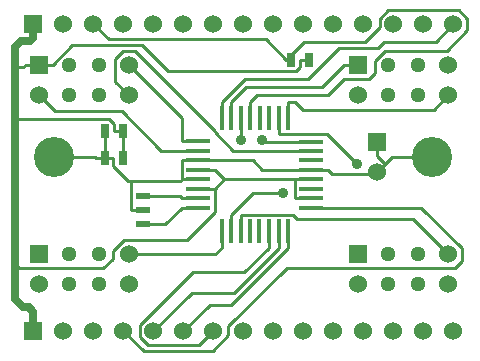
<source format=gtl>
G04 (created by PCBNEW (2013-jul-07)-stable) date Tue 07 Apr 2015 07:13:19 PM PDT*
%MOIN*%
G04 Gerber Fmt 3.4, Leading zero omitted, Abs format*
%FSLAX34Y34*%
G01*
G70*
G90*
G04 APERTURE LIST*
%ADD10C,0.00590551*%
%ADD11R,0.06X0.06*%
%ADD12C,0.06*%
%ADD13R,0.025X0.045*%
%ADD14R,0.0787X0.0177*%
%ADD15R,0.0177X0.0787*%
%ADD16R,0.0512X0.0197*%
%ADD17C,0.1339*%
%ADD18C,0.051*%
%ADD19C,0.035*%
%ADD20C,0.01*%
%ADD21C,0.025*%
G04 APERTURE END LIST*
G54D10*
G54D11*
X20559Y-33346D03*
G54D12*
X21559Y-33346D03*
X22559Y-33346D03*
X23559Y-33346D03*
X24559Y-33346D03*
X25559Y-33346D03*
X26559Y-33346D03*
X27559Y-33346D03*
X28559Y-33346D03*
X29559Y-33346D03*
X30559Y-33346D03*
X31559Y-33346D03*
X32559Y-33346D03*
X33559Y-33346D03*
X34559Y-33346D03*
G54D11*
X20559Y-23129D03*
G54D12*
X21559Y-23129D03*
X22559Y-23129D03*
X23559Y-23129D03*
X24559Y-23129D03*
X25559Y-23129D03*
X26559Y-23129D03*
X27559Y-23129D03*
X28559Y-23129D03*
X29559Y-23129D03*
X30559Y-23129D03*
X31559Y-23129D03*
X32559Y-23129D03*
X33559Y-23129D03*
X34559Y-23129D03*
G54D13*
X23528Y-26692D03*
X22928Y-26692D03*
X23528Y-27598D03*
X22928Y-27598D03*
G54D14*
X26056Y-29242D03*
X26056Y-28927D03*
X26056Y-28612D03*
X26056Y-28297D03*
X26056Y-27982D03*
X26056Y-27667D03*
X26056Y-27352D03*
X26056Y-27037D03*
X29822Y-27039D03*
X29822Y-29249D03*
X29822Y-28929D03*
X29822Y-28609D03*
X29822Y-28299D03*
X29822Y-27979D03*
X29822Y-27669D03*
X29822Y-27349D03*
G54D15*
X26840Y-26249D03*
X27154Y-26249D03*
X27470Y-26249D03*
X27784Y-26249D03*
X28100Y-26249D03*
X28414Y-26249D03*
X28730Y-26249D03*
X29044Y-26249D03*
X26842Y-30029D03*
X27152Y-30029D03*
X27472Y-30029D03*
X27782Y-30029D03*
X28092Y-30029D03*
X28412Y-30029D03*
X28732Y-30029D03*
X29052Y-30029D03*
G54D13*
X29129Y-24311D03*
X29729Y-24311D03*
G54D16*
X24212Y-29330D03*
X24212Y-29802D03*
X24212Y-28858D03*
G54D11*
X32007Y-27059D03*
G54D12*
X32007Y-28059D03*
G54D17*
X21259Y-27559D03*
X33858Y-27559D03*
G54D11*
X31374Y-30799D03*
G54D12*
X34374Y-30799D03*
X31374Y-31799D03*
X34374Y-31799D03*
G54D18*
X32374Y-30799D03*
X33374Y-30799D03*
X33374Y-31799D03*
X32374Y-31799D03*
G54D11*
X31374Y-24500D03*
G54D12*
X34374Y-24500D03*
X31374Y-25500D03*
X34374Y-25500D03*
G54D18*
X32374Y-24500D03*
X33374Y-24500D03*
X33374Y-25500D03*
X32374Y-25500D03*
G54D11*
X20744Y-30799D03*
G54D12*
X23744Y-30799D03*
X20744Y-31799D03*
X23744Y-31799D03*
G54D18*
X21744Y-30799D03*
X22744Y-30799D03*
X22744Y-31799D03*
X21744Y-31799D03*
G54D11*
X20744Y-24500D03*
G54D12*
X23744Y-24500D03*
X20744Y-25500D03*
X23744Y-25500D03*
G54D18*
X21744Y-24500D03*
X22744Y-24500D03*
X22744Y-25500D03*
X21744Y-25500D03*
G54D19*
X28889Y-28745D03*
X27470Y-26971D03*
X28173Y-26971D03*
X31338Y-27784D03*
G54D20*
X29822Y-28299D02*
X29279Y-28299D01*
X29822Y-28929D02*
X29279Y-28929D01*
X23528Y-26692D02*
X23528Y-27598D01*
X26056Y-27982D02*
X26600Y-27982D01*
X29279Y-28299D02*
X29279Y-28929D01*
X26056Y-28612D02*
X26600Y-28612D01*
X26915Y-28297D02*
X26600Y-28612D01*
X26917Y-28299D02*
X26915Y-28297D01*
X29279Y-28299D02*
X26917Y-28299D01*
X26915Y-28297D02*
X26600Y-27982D01*
X20744Y-24500D02*
X21194Y-24500D01*
X29729Y-24311D02*
X29454Y-24311D01*
X21194Y-24471D02*
X21194Y-24500D01*
X21832Y-23833D02*
X21194Y-24471D01*
X24177Y-23833D02*
X21832Y-23833D01*
X25029Y-24686D02*
X24177Y-23833D01*
X29319Y-24686D02*
X25029Y-24686D01*
X29454Y-24551D02*
X29319Y-24686D01*
X29454Y-24311D02*
X29454Y-24551D01*
G54D21*
X19950Y-32300D02*
X19950Y-31119D01*
X20200Y-32550D02*
X19950Y-32300D01*
X20400Y-32550D02*
X20200Y-32550D01*
X20559Y-32709D02*
X20400Y-32550D01*
X20559Y-33346D02*
X20559Y-32709D01*
G54D20*
X26600Y-29398D02*
X26600Y-28612D01*
X25662Y-30336D02*
X26600Y-29398D01*
X23570Y-30336D02*
X25662Y-30336D01*
X23203Y-30703D02*
X23570Y-30336D01*
X23203Y-30940D02*
X23203Y-30703D01*
X22889Y-31254D02*
X23203Y-30940D01*
X20084Y-31254D02*
X22889Y-31254D01*
X19950Y-31119D02*
X20084Y-31254D01*
G54D21*
X19950Y-31119D02*
X19950Y-26275D01*
G54D20*
X23253Y-26452D02*
X23253Y-26692D01*
X23076Y-26275D02*
X23253Y-26452D01*
X19950Y-26275D02*
X23076Y-26275D01*
X23528Y-26692D02*
X23253Y-26692D01*
G54D21*
X19950Y-26275D02*
X19950Y-24541D01*
X20559Y-23590D02*
X20559Y-23129D01*
X20450Y-23700D02*
X20559Y-23590D01*
X20150Y-23700D02*
X20450Y-23700D01*
X19950Y-23900D02*
X20150Y-23700D01*
X19950Y-24541D02*
X19950Y-23900D01*
G54D20*
X20252Y-24541D02*
X20293Y-24500D01*
X19950Y-24541D02*
X20252Y-24541D01*
X20744Y-24500D02*
X20293Y-24500D01*
X26087Y-33817D02*
X26559Y-33346D01*
X24368Y-33817D02*
X26087Y-33817D01*
X24102Y-33551D02*
X24368Y-33817D01*
X24102Y-33164D02*
X24102Y-33551D01*
X25868Y-31397D02*
X24102Y-33164D01*
X27588Y-31397D02*
X25868Y-31397D01*
X28412Y-30573D02*
X27588Y-31397D01*
X28412Y-30029D02*
X28412Y-30573D01*
X26429Y-32475D02*
X25559Y-33346D01*
X27150Y-32475D02*
X26429Y-32475D01*
X29052Y-30573D02*
X27150Y-32475D01*
X29052Y-30029D02*
X29052Y-30573D01*
X28732Y-30029D02*
X28732Y-30573D01*
X25830Y-32075D02*
X24559Y-33346D01*
X27230Y-32075D02*
X25830Y-32075D01*
X28732Y-30573D02*
X27230Y-32075D01*
X24230Y-34017D02*
X23559Y-33346D01*
X26534Y-34017D02*
X24230Y-34017D01*
X27059Y-33493D02*
X26534Y-34017D01*
X27059Y-33193D02*
X27059Y-33493D01*
X29003Y-31249D02*
X27059Y-33193D01*
X34598Y-31249D02*
X29003Y-31249D01*
X34840Y-31007D02*
X34598Y-31249D01*
X34840Y-30598D02*
X34840Y-31007D01*
X33491Y-29249D02*
X34840Y-30598D01*
X29822Y-29249D02*
X33491Y-29249D01*
X25513Y-26269D02*
X25513Y-27037D01*
X23744Y-24500D02*
X25513Y-26269D01*
X26056Y-27037D02*
X25513Y-27037D01*
X26616Y-30799D02*
X26842Y-30573D01*
X23744Y-30799D02*
X26616Y-30799D01*
X26842Y-30029D02*
X26842Y-30573D01*
X27893Y-28745D02*
X27152Y-29485D01*
X28889Y-28745D02*
X27893Y-28745D01*
X27152Y-30029D02*
X27152Y-29485D01*
X29203Y-29485D02*
X27472Y-29485D01*
X29346Y-29628D02*
X29203Y-29485D01*
X33203Y-29628D02*
X29346Y-29628D01*
X34374Y-30799D02*
X33203Y-29628D01*
X27472Y-30029D02*
X27472Y-29485D01*
X27470Y-26971D02*
X27470Y-26249D01*
X27470Y-26971D02*
X27470Y-26971D01*
X31374Y-24500D02*
X30923Y-24500D01*
X27154Y-26249D02*
X27154Y-25705D01*
X27627Y-25233D02*
X27154Y-25705D01*
X27627Y-25233D02*
X27627Y-25233D01*
X30190Y-25233D02*
X27627Y-25233D01*
X30923Y-24500D02*
X30190Y-25233D01*
X24818Y-27352D02*
X26056Y-27352D01*
X23498Y-26032D02*
X24818Y-27352D01*
X21276Y-26032D02*
X23498Y-26032D01*
X20744Y-25500D02*
X21276Y-26032D01*
X26840Y-26249D02*
X26840Y-25705D01*
X27596Y-24950D02*
X26840Y-25705D01*
X29719Y-24950D02*
X27596Y-24950D01*
X30742Y-23926D02*
X29719Y-24950D01*
X32059Y-23926D02*
X30742Y-23926D01*
X32259Y-23726D02*
X32059Y-23926D01*
X33962Y-23726D02*
X32259Y-23726D01*
X34559Y-23129D02*
X33962Y-23726D01*
X27213Y-27349D02*
X29822Y-27349D01*
X26600Y-26736D02*
X27213Y-27349D01*
X26600Y-26699D02*
X26600Y-26736D01*
X23934Y-24033D02*
X26600Y-26699D01*
X23560Y-24033D02*
X23934Y-24033D01*
X23291Y-24302D02*
X23560Y-24033D01*
X23291Y-25047D02*
X23291Y-24302D01*
X23744Y-25500D02*
X23291Y-25047D01*
X28242Y-27039D02*
X29822Y-27039D01*
X28173Y-26971D02*
X28242Y-27039D01*
X29283Y-25705D02*
X29044Y-25705D01*
X29555Y-25977D02*
X29283Y-25705D01*
X33896Y-25977D02*
X29555Y-25977D01*
X34374Y-25500D02*
X33896Y-25977D01*
X29044Y-26249D02*
X29044Y-25705D01*
X30347Y-26793D02*
X28730Y-26793D01*
X31338Y-27784D02*
X30347Y-26793D01*
X28730Y-26249D02*
X28730Y-26793D01*
X29129Y-24311D02*
X28991Y-24311D01*
X23062Y-23633D02*
X22559Y-23129D01*
X28314Y-23633D02*
X23062Y-23633D01*
X28991Y-24311D02*
X28314Y-23633D01*
X27784Y-26249D02*
X27784Y-25705D01*
X28009Y-25481D02*
X27784Y-25705D01*
X30392Y-25481D02*
X28009Y-25481D01*
X30923Y-24950D02*
X30392Y-25481D01*
X31742Y-24950D02*
X30923Y-24950D01*
X31936Y-24756D02*
X31742Y-24950D01*
X31936Y-24365D02*
X31936Y-24756D01*
X32274Y-24026D02*
X31936Y-24365D01*
X34328Y-24026D02*
X32274Y-24026D01*
X35022Y-23332D02*
X34328Y-24026D01*
X35022Y-22947D02*
X35022Y-23332D01*
X34735Y-22660D02*
X35022Y-22947D01*
X32391Y-22660D02*
X34735Y-22660D01*
X32108Y-22943D02*
X32391Y-22660D01*
X32108Y-23233D02*
X32108Y-22943D01*
X31615Y-23726D02*
X32108Y-23233D01*
X29575Y-23726D02*
X31615Y-23726D01*
X28991Y-24311D02*
X29575Y-23726D01*
X25444Y-28858D02*
X25513Y-28927D01*
X24212Y-28858D02*
X25444Y-28858D01*
X26056Y-28927D02*
X25513Y-28927D01*
X24953Y-29802D02*
X25513Y-29242D01*
X24212Y-29802D02*
X24953Y-29802D01*
X26056Y-29242D02*
X25513Y-29242D01*
X22928Y-27598D02*
X23203Y-27598D01*
X24212Y-29330D02*
X23806Y-29330D01*
X23806Y-28339D02*
X23806Y-29330D01*
X23703Y-28339D02*
X23806Y-28339D01*
X23203Y-27839D02*
X23703Y-28339D01*
X23203Y-27598D02*
X23203Y-27839D01*
X26056Y-28297D02*
X25513Y-28297D01*
X25471Y-28339D02*
X25513Y-28297D01*
X23806Y-28339D02*
X25471Y-28339D01*
X26056Y-27667D02*
X25513Y-27667D01*
X25513Y-28297D02*
X25513Y-27667D01*
X30094Y-27979D02*
X30366Y-27979D01*
X30094Y-27979D02*
X29822Y-27979D01*
X27867Y-27667D02*
X26056Y-27667D01*
X28179Y-27979D02*
X27867Y-27667D01*
X29822Y-27979D02*
X28179Y-27979D01*
X32007Y-27059D02*
X32007Y-27509D01*
X32282Y-27784D02*
X32007Y-27509D01*
X32507Y-27559D02*
X32282Y-27784D01*
X33858Y-27559D02*
X32507Y-27559D01*
X32282Y-27784D02*
X32007Y-28059D01*
X22613Y-27559D02*
X22653Y-27598D01*
X21259Y-27559D02*
X22613Y-27559D01*
X31957Y-28109D02*
X32007Y-28059D01*
X30495Y-28109D02*
X31957Y-28109D01*
X30366Y-27979D02*
X30495Y-28109D01*
X22928Y-27598D02*
X22790Y-27598D01*
X22790Y-27598D02*
X22653Y-27598D01*
X22928Y-27460D02*
X22928Y-26692D01*
X22790Y-27598D02*
X22928Y-27460D01*
M02*

</source>
